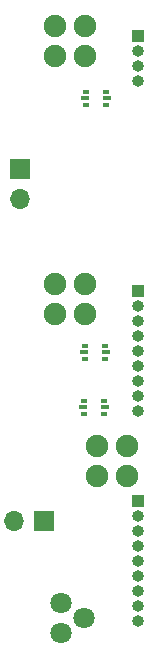
<source format=gts>
G04 #@! TF.GenerationSoftware,KiCad,Pcbnew,7.0.11-7.0.11~ubuntu23.10.1*
G04 #@! TF.CreationDate,2024-06-17T23:23:06+02:00*
G04 #@! TF.ProjectId,Hardware_NanoPi_v7_ConnectorPlate,48617264-7761-4726-955f-4e616e6f5069,rev?*
G04 #@! TF.SameCoordinates,Original*
G04 #@! TF.FileFunction,Soldermask,Top*
G04 #@! TF.FilePolarity,Negative*
%FSLAX46Y46*%
G04 Gerber Fmt 4.6, Leading zero omitted, Abs format (unit mm)*
G04 Created by KiCad (PCBNEW 7.0.11-7.0.11~ubuntu23.10.1) date 2024-06-17 23:23:06*
%MOMM*%
%LPD*%
G01*
G04 APERTURE LIST*
%ADD10R,0.500000X0.375000*%
%ADD11R,0.650000X0.300000*%
%ADD12R,1.000000X1.000000*%
%ADD13O,1.000000X1.000000*%
%ADD14O,1.900000X1.900000*%
%ADD15C,1.800000*%
%ADD16R,1.700000X1.700000*%
%ADD17O,1.700000X1.700000*%
G04 APERTURE END LIST*
D10*
G04 #@! TO.C,U2*
X7500000Y26487500D03*
D11*
X7425000Y25950000D03*
D10*
X7500000Y25412500D03*
X9200000Y25412500D03*
D11*
X9275000Y25950000D03*
D10*
X9200000Y26487500D03*
G04 #@! TD*
D12*
G04 #@! TO.C,J10*
X12000000Y52760000D03*
D13*
X12000000Y51490000D03*
X12000000Y50220000D03*
X12000000Y48950000D03*
G04 #@! TD*
D10*
G04 #@! TO.C,U1*
X7400000Y21837500D03*
D11*
X7325000Y21300000D03*
D10*
X7400000Y20762500D03*
X9100000Y20762500D03*
D11*
X9175000Y21300000D03*
D10*
X9100000Y21837500D03*
G04 #@! TD*
G04 #@! TO.C,U3*
X7600000Y48000000D03*
D11*
X7525000Y47462500D03*
D10*
X7600000Y46925000D03*
X9300000Y46925000D03*
D11*
X9375000Y47462500D03*
D10*
X9300000Y48000000D03*
G04 #@! TD*
D12*
G04 #@! TO.C,J6*
X12000000Y31170000D03*
D13*
X12000000Y29900000D03*
X12000000Y28630000D03*
X12000000Y27360000D03*
X12000000Y26090000D03*
X12000000Y24820000D03*
X12000000Y23550000D03*
X12000000Y22280000D03*
X12000000Y21010000D03*
G04 #@! TD*
D14*
G04 #@! TO.C,J4*
X7500000Y51030000D03*
X4960000Y53570000D03*
X4960000Y51030000D03*
X7500000Y53570000D03*
G04 #@! TD*
G04 #@! TO.C,J3*
X8500000Y15500000D03*
X11040000Y15500000D03*
X11040000Y18040000D03*
X8500000Y18040000D03*
G04 #@! TD*
G04 #@! TO.C,J2*
X5000000Y31770000D03*
X7540000Y29230000D03*
X7540000Y31770000D03*
X5000000Y29230000D03*
G04 #@! TD*
D15*
G04 #@! TO.C,J5*
X5500000Y2230000D03*
X5500000Y4770000D03*
X7405000Y3500000D03*
G04 #@! TD*
D16*
G04 #@! TO.C,J12*
X2000000Y41520000D03*
D17*
X2000000Y38980000D03*
G04 #@! TD*
D12*
G04 #@! TO.C,J8*
X12000000Y13390000D03*
D13*
X12000000Y12120000D03*
X12000000Y10850000D03*
X12000000Y9580000D03*
X12000000Y8310000D03*
X12000000Y7040000D03*
X12000000Y5770000D03*
X12000000Y4500000D03*
X12000000Y3230000D03*
G04 #@! TD*
D16*
G04 #@! TO.C,J11*
X4000000Y11700000D03*
D17*
X1460000Y11700000D03*
G04 #@! TD*
M02*

</source>
